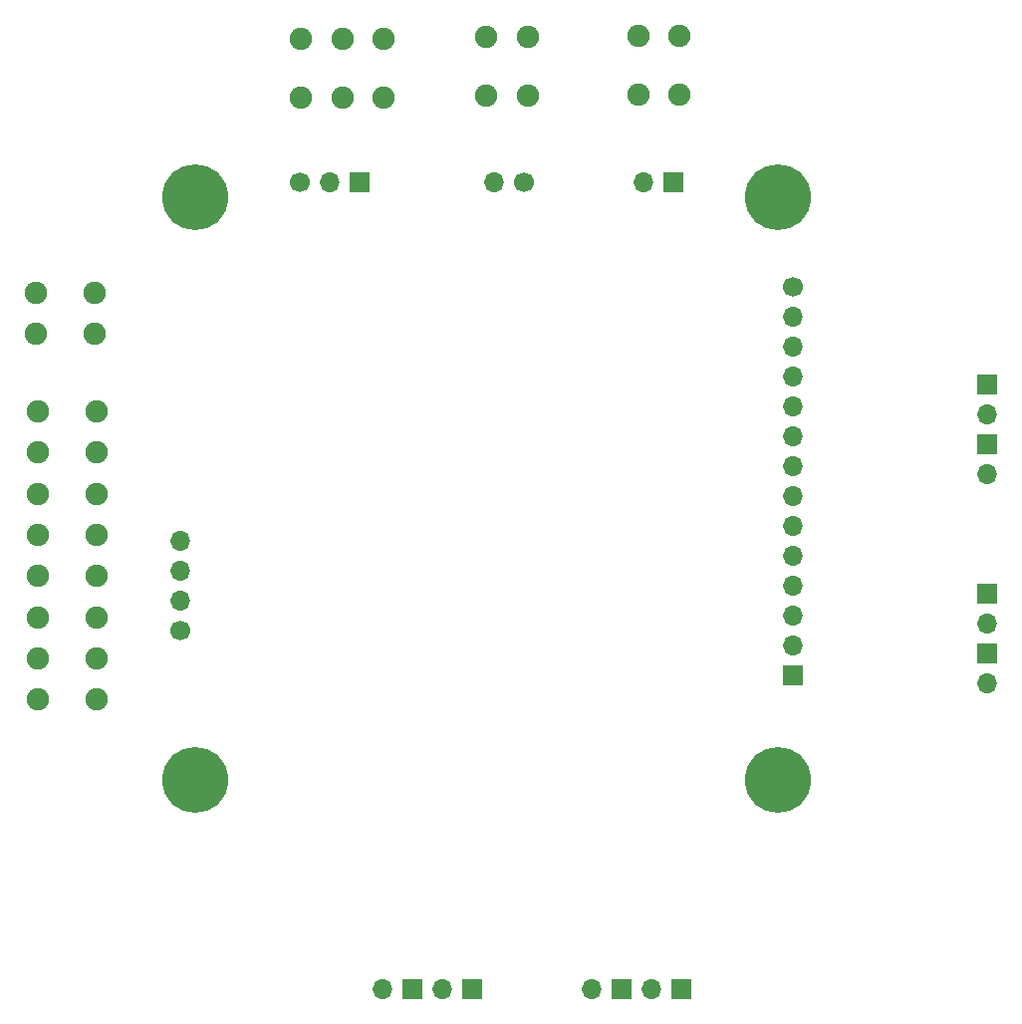
<source format=gbs>
G04 #@! TF.GenerationSoftware,KiCad,Pcbnew,8.0.6*
G04 #@! TF.CreationDate,2025-01-17T02:30:12-08:00*
G04 #@! TF.ProjectId,Constellation Saddle V1.0,436f6e73-7465-46c6-9c61-74696f6e2053,rev?*
G04 #@! TF.SameCoordinates,Original*
G04 #@! TF.FileFunction,Soldermask,Bot*
G04 #@! TF.FilePolarity,Negative*
%FSLAX46Y46*%
G04 Gerber Fmt 4.6, Leading zero omitted, Abs format (unit mm)*
G04 Created by KiCad (PCBNEW 8.0.6) date 2025-01-17 02:30:12*
%MOMM*%
%LPD*%
G01*
G04 APERTURE LIST*
%ADD10C,5.600000*%
%ADD11R,1.700000X1.700000*%
%ADD12O,1.700000X1.700000*%
%ADD13C,1.900000*%
%ADD14C,1.700000*%
G04 APERTURE END LIST*
D10*
X78740000Y-78740000D03*
D11*
X96520000Y-62865000D03*
D12*
X96520000Y-65405000D03*
D11*
X96520000Y-67945000D03*
D12*
X96520000Y-70485000D03*
D10*
X29210000Y-78740000D03*
D13*
X20600000Y-37277995D03*
X15600000Y-37277995D03*
X20600000Y-40777995D03*
X15600000Y-40777995D03*
X57425000Y-20550000D03*
X57425000Y-15550000D03*
X53925000Y-20550000D03*
X53925000Y-15550000D03*
X20777200Y-47381995D03*
X15777200Y-47381995D03*
X20777200Y-50881995D03*
X15777201Y-50881996D03*
X20777200Y-54381997D03*
X15777200Y-54381997D03*
X20777200Y-57881998D03*
X15777200Y-57881998D03*
X20777200Y-61381998D03*
X15777200Y-61381998D03*
X20777200Y-64881998D03*
X15777200Y-64881998D03*
X20777200Y-68381999D03*
X15777200Y-68381999D03*
X20777200Y-71882000D03*
X15777200Y-71882000D03*
X70358000Y-20443500D03*
X70358000Y-15443500D03*
X66858000Y-20443500D03*
X66858000Y-15443500D03*
X45175000Y-20700000D03*
X45175000Y-15700000D03*
X41675000Y-20700000D03*
X41675000Y-15700000D03*
X38174999Y-20700000D03*
X38174999Y-15700000D03*
D10*
X78740000Y-29210000D03*
D11*
X96520000Y-45085000D03*
D12*
X96520000Y-47625000D03*
D11*
X96520000Y-50164999D03*
D12*
X96520000Y-52705000D03*
D11*
X70485000Y-96520000D03*
D12*
X67945001Y-96520000D03*
D11*
X65404999Y-96520000D03*
D12*
X62865000Y-96520000D03*
D10*
X29210000Y-29210000D03*
D11*
X52705000Y-96520000D03*
D12*
X50165001Y-96520000D03*
D11*
X47624999Y-96520000D03*
D12*
X45085000Y-96520000D03*
D14*
X38100000Y-27940000D03*
D12*
X40640000Y-27940000D03*
D11*
X43179999Y-27940000D03*
D14*
X57150000Y-27940000D03*
D12*
X54610000Y-27940000D03*
D14*
X27940000Y-66040000D03*
D12*
X27940000Y-63500000D03*
X27940000Y-60960001D03*
X27940000Y-58420000D03*
D11*
X69850000Y-27940000D03*
D12*
X67310000Y-27940000D03*
D14*
X80010000Y-36830000D03*
D12*
X80010000Y-39370000D03*
X80010000Y-41910000D03*
X80010000Y-44450000D03*
X80010000Y-46990000D03*
X80010000Y-49530000D03*
X80010000Y-52070000D03*
X80010000Y-54610000D03*
X80010000Y-57150000D03*
X80010000Y-59690000D03*
X80010000Y-62230000D03*
X80010000Y-64770000D03*
X80010000Y-67310000D03*
D11*
X80010000Y-69850000D03*
M02*

</source>
